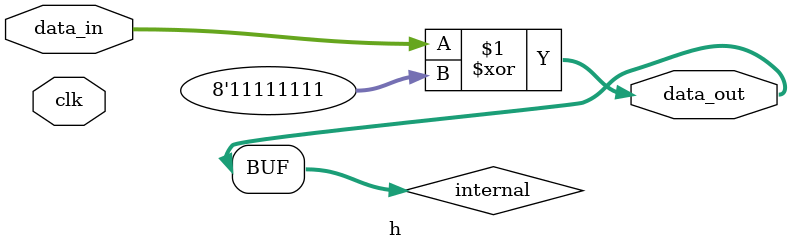
<source format=sv>
module h (
    input logic clk,
    input logic [7:0] data_in,
    output logic [7:0] data_out
);
    logic [7:0] internal;

    assign internal = data_in ^ 8'hFF;
    assign data_out = internal;

endmodule

</source>
